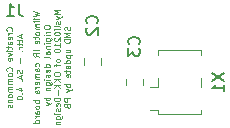
<source format=gbo>
%TF.GenerationSoftware,KiCad,Pcbnew,(5.1.12)-1*%
%TF.CreationDate,2022-05-16T22:14:10+01:00*%
%TF.ProjectId,wiicam,77696963-616d-42e6-9b69-6361645f7063,rev?*%
%TF.SameCoordinates,Original*%
%TF.FileFunction,Legend,Bot*%
%TF.FilePolarity,Positive*%
%FSLAX46Y46*%
G04 Gerber Fmt 4.6, Leading zero omitted, Abs format (unit mm)*
G04 Created by KiCad (PCBNEW (5.1.12)-1) date 2022-05-16 22:14:10*
%MOMM*%
%LPD*%
G01*
G04 APERTURE LIST*
%ADD10C,0.125000*%
%ADD11C,0.120000*%
%ADD12C,0.150000*%
%ADD13O,1.802000X1.802000*%
G04 APERTURE END LIST*
D10*
X144521071Y-121314761D02*
X144544880Y-121290952D01*
X144568690Y-121219523D01*
X144568690Y-121171904D01*
X144544880Y-121100476D01*
X144497261Y-121052857D01*
X144449642Y-121029047D01*
X144354404Y-121005238D01*
X144282976Y-121005238D01*
X144187738Y-121029047D01*
X144140119Y-121052857D01*
X144092500Y-121100476D01*
X144068690Y-121171904D01*
X144068690Y-121219523D01*
X144092500Y-121290952D01*
X144116309Y-121314761D01*
X144568690Y-121529047D02*
X144235357Y-121529047D01*
X144330595Y-121529047D02*
X144282976Y-121552857D01*
X144259166Y-121576666D01*
X144235357Y-121624285D01*
X144235357Y-121671904D01*
X144544880Y-122029047D02*
X144568690Y-121981428D01*
X144568690Y-121886190D01*
X144544880Y-121838571D01*
X144497261Y-121814761D01*
X144306785Y-121814761D01*
X144259166Y-121838571D01*
X144235357Y-121886190D01*
X144235357Y-121981428D01*
X144259166Y-122029047D01*
X144306785Y-122052857D01*
X144354404Y-122052857D01*
X144402023Y-121814761D01*
X144568690Y-122481428D02*
X144306785Y-122481428D01*
X144259166Y-122457619D01*
X144235357Y-122410000D01*
X144235357Y-122314761D01*
X144259166Y-122267142D01*
X144544880Y-122481428D02*
X144568690Y-122433809D01*
X144568690Y-122314761D01*
X144544880Y-122267142D01*
X144497261Y-122243333D01*
X144449642Y-122243333D01*
X144402023Y-122267142D01*
X144378214Y-122314761D01*
X144378214Y-122433809D01*
X144354404Y-122481428D01*
X144235357Y-122648095D02*
X144235357Y-122838571D01*
X144068690Y-122719523D02*
X144497261Y-122719523D01*
X144544880Y-122743333D01*
X144568690Y-122790952D01*
X144568690Y-122838571D01*
X144568690Y-123005238D02*
X144235357Y-123005238D01*
X144068690Y-123005238D02*
X144092500Y-122981428D01*
X144116309Y-123005238D01*
X144092500Y-123029047D01*
X144068690Y-123005238D01*
X144116309Y-123005238D01*
X144235357Y-123195714D02*
X144568690Y-123314761D01*
X144235357Y-123433809D01*
X144544880Y-123814761D02*
X144568690Y-123767142D01*
X144568690Y-123671904D01*
X144544880Y-123624285D01*
X144497261Y-123600476D01*
X144306785Y-123600476D01*
X144259166Y-123624285D01*
X144235357Y-123671904D01*
X144235357Y-123767142D01*
X144259166Y-123814761D01*
X144306785Y-123838571D01*
X144354404Y-123838571D01*
X144402023Y-123600476D01*
X144521071Y-124719523D02*
X144544880Y-124695714D01*
X144568690Y-124624285D01*
X144568690Y-124576666D01*
X144544880Y-124505238D01*
X144497261Y-124457619D01*
X144449642Y-124433809D01*
X144354404Y-124410000D01*
X144282976Y-124410000D01*
X144187738Y-124433809D01*
X144140119Y-124457619D01*
X144092500Y-124505238D01*
X144068690Y-124576666D01*
X144068690Y-124624285D01*
X144092500Y-124695714D01*
X144116309Y-124719523D01*
X144568690Y-125005238D02*
X144544880Y-124957619D01*
X144521071Y-124933809D01*
X144473452Y-124910000D01*
X144330595Y-124910000D01*
X144282976Y-124933809D01*
X144259166Y-124957619D01*
X144235357Y-125005238D01*
X144235357Y-125076666D01*
X144259166Y-125124285D01*
X144282976Y-125148095D01*
X144330595Y-125171904D01*
X144473452Y-125171904D01*
X144521071Y-125148095D01*
X144544880Y-125124285D01*
X144568690Y-125076666D01*
X144568690Y-125005238D01*
X144568690Y-125386190D02*
X144235357Y-125386190D01*
X144282976Y-125386190D02*
X144259166Y-125410000D01*
X144235357Y-125457619D01*
X144235357Y-125529047D01*
X144259166Y-125576666D01*
X144306785Y-125600476D01*
X144568690Y-125600476D01*
X144306785Y-125600476D02*
X144259166Y-125624285D01*
X144235357Y-125671904D01*
X144235357Y-125743333D01*
X144259166Y-125790952D01*
X144306785Y-125814761D01*
X144568690Y-125814761D01*
X144568690Y-126052857D02*
X144235357Y-126052857D01*
X144282976Y-126052857D02*
X144259166Y-126076666D01*
X144235357Y-126124285D01*
X144235357Y-126195714D01*
X144259166Y-126243333D01*
X144306785Y-126267142D01*
X144568690Y-126267142D01*
X144306785Y-126267142D02*
X144259166Y-126290952D01*
X144235357Y-126338571D01*
X144235357Y-126410000D01*
X144259166Y-126457619D01*
X144306785Y-126481428D01*
X144568690Y-126481428D01*
X144568690Y-126790952D02*
X144544880Y-126743333D01*
X144521071Y-126719523D01*
X144473452Y-126695714D01*
X144330595Y-126695714D01*
X144282976Y-126719523D01*
X144259166Y-126743333D01*
X144235357Y-126790952D01*
X144235357Y-126862380D01*
X144259166Y-126910000D01*
X144282976Y-126933809D01*
X144330595Y-126957619D01*
X144473452Y-126957619D01*
X144521071Y-126933809D01*
X144544880Y-126910000D01*
X144568690Y-126862380D01*
X144568690Y-126790952D01*
X144235357Y-127171904D02*
X144568690Y-127171904D01*
X144282976Y-127171904D02*
X144259166Y-127195714D01*
X144235357Y-127243333D01*
X144235357Y-127314761D01*
X144259166Y-127362380D01*
X144306785Y-127386190D01*
X144568690Y-127386190D01*
X144544880Y-127600476D02*
X144568690Y-127648095D01*
X144568690Y-127743333D01*
X144544880Y-127790952D01*
X144497261Y-127814761D01*
X144473452Y-127814761D01*
X144425833Y-127790952D01*
X144402023Y-127743333D01*
X144402023Y-127671904D01*
X144378214Y-127624285D01*
X144330595Y-127600476D01*
X144306785Y-127600476D01*
X144259166Y-127624285D01*
X144235357Y-127671904D01*
X144235357Y-127743333D01*
X144259166Y-127790952D01*
X145300833Y-121683809D02*
X145300833Y-121921904D01*
X145443690Y-121636190D02*
X144943690Y-121802857D01*
X145443690Y-121969523D01*
X145110357Y-122064761D02*
X145110357Y-122255238D01*
X144943690Y-122136190D02*
X145372261Y-122136190D01*
X145419880Y-122160000D01*
X145443690Y-122207619D01*
X145443690Y-122255238D01*
X145110357Y-122350476D02*
X145110357Y-122540952D01*
X144943690Y-122421904D02*
X145372261Y-122421904D01*
X145419880Y-122445714D01*
X145443690Y-122493333D01*
X145443690Y-122540952D01*
X145443690Y-122707619D02*
X145110357Y-122707619D01*
X145205595Y-122707619D02*
X145157976Y-122731428D01*
X145134166Y-122755238D01*
X145110357Y-122802857D01*
X145110357Y-122850476D01*
X145396071Y-123017142D02*
X145419880Y-123040952D01*
X145443690Y-123017142D01*
X145419880Y-122993333D01*
X145396071Y-123017142D01*
X145443690Y-123017142D01*
X145253214Y-123636190D02*
X145253214Y-124017142D01*
X145419880Y-124612380D02*
X145443690Y-124683809D01*
X145443690Y-124802857D01*
X145419880Y-124850476D01*
X145396071Y-124874285D01*
X145348452Y-124898095D01*
X145300833Y-124898095D01*
X145253214Y-124874285D01*
X145229404Y-124850476D01*
X145205595Y-124802857D01*
X145181785Y-124707619D01*
X145157976Y-124660000D01*
X145134166Y-124636190D01*
X145086547Y-124612380D01*
X145038928Y-124612380D01*
X144991309Y-124636190D01*
X144967500Y-124660000D01*
X144943690Y-124707619D01*
X144943690Y-124826666D01*
X144967500Y-124898095D01*
X145300833Y-125088571D02*
X145300833Y-125326666D01*
X145443690Y-125040952D02*
X144943690Y-125207619D01*
X145443690Y-125374285D01*
X145396071Y-125540952D02*
X145419880Y-125564761D01*
X145443690Y-125540952D01*
X145419880Y-125517142D01*
X145396071Y-125540952D01*
X145443690Y-125540952D01*
X145110357Y-126374285D02*
X145443690Y-126374285D01*
X144919880Y-126255238D02*
X145277023Y-126136190D01*
X145277023Y-126445714D01*
X145396071Y-126636190D02*
X145419880Y-126660000D01*
X145443690Y-126636190D01*
X145419880Y-126612380D01*
X145396071Y-126636190D01*
X145443690Y-126636190D01*
X144943690Y-126969523D02*
X144943690Y-127017142D01*
X144967500Y-127064761D01*
X144991309Y-127088571D01*
X145038928Y-127112380D01*
X145134166Y-127136190D01*
X145253214Y-127136190D01*
X145348452Y-127112380D01*
X145396071Y-127088571D01*
X145419880Y-127064761D01*
X145443690Y-127017142D01*
X145443690Y-126969523D01*
X145419880Y-126921904D01*
X145396071Y-126898095D01*
X145348452Y-126874285D01*
X145253214Y-126850476D01*
X145134166Y-126850476D01*
X145038928Y-126874285D01*
X144991309Y-126898095D01*
X144967500Y-126921904D01*
X144943690Y-126969523D01*
X146368690Y-119671904D02*
X146868690Y-119790952D01*
X146511547Y-119886190D01*
X146868690Y-119981428D01*
X146368690Y-120100476D01*
X146868690Y-120290952D02*
X146535357Y-120290952D01*
X146368690Y-120290952D02*
X146392500Y-120267142D01*
X146416309Y-120290952D01*
X146392500Y-120314761D01*
X146368690Y-120290952D01*
X146416309Y-120290952D01*
X146868690Y-120529047D02*
X146535357Y-120529047D01*
X146368690Y-120529047D02*
X146392500Y-120505238D01*
X146416309Y-120529047D01*
X146392500Y-120552857D01*
X146368690Y-120529047D01*
X146416309Y-120529047D01*
X146868690Y-120767142D02*
X146535357Y-120767142D01*
X146582976Y-120767142D02*
X146559166Y-120790952D01*
X146535357Y-120838571D01*
X146535357Y-120910000D01*
X146559166Y-120957619D01*
X146606785Y-120981428D01*
X146868690Y-120981428D01*
X146606785Y-120981428D02*
X146559166Y-121005238D01*
X146535357Y-121052857D01*
X146535357Y-121124285D01*
X146559166Y-121171904D01*
X146606785Y-121195714D01*
X146868690Y-121195714D01*
X146868690Y-121505238D02*
X146844880Y-121457619D01*
X146821071Y-121433809D01*
X146773452Y-121410000D01*
X146630595Y-121410000D01*
X146582976Y-121433809D01*
X146559166Y-121457619D01*
X146535357Y-121505238D01*
X146535357Y-121576666D01*
X146559166Y-121624285D01*
X146582976Y-121648095D01*
X146630595Y-121671904D01*
X146773452Y-121671904D01*
X146821071Y-121648095D01*
X146844880Y-121624285D01*
X146868690Y-121576666D01*
X146868690Y-121505238D01*
X146535357Y-121814761D02*
X146535357Y-122005238D01*
X146368690Y-121886190D02*
X146797261Y-121886190D01*
X146844880Y-121910000D01*
X146868690Y-121957619D01*
X146868690Y-122005238D01*
X146844880Y-122362380D02*
X146868690Y-122314761D01*
X146868690Y-122219523D01*
X146844880Y-122171904D01*
X146797261Y-122148095D01*
X146606785Y-122148095D01*
X146559166Y-122171904D01*
X146535357Y-122219523D01*
X146535357Y-122314761D01*
X146559166Y-122362380D01*
X146606785Y-122386190D01*
X146654404Y-122386190D01*
X146702023Y-122148095D01*
X146868690Y-122981428D02*
X146368690Y-122981428D01*
X146868690Y-123505238D02*
X146630595Y-123338571D01*
X146868690Y-123219523D02*
X146368690Y-123219523D01*
X146368690Y-123410000D01*
X146392500Y-123457619D01*
X146416309Y-123481428D01*
X146463928Y-123505238D01*
X146535357Y-123505238D01*
X146582976Y-123481428D01*
X146606785Y-123457619D01*
X146630595Y-123410000D01*
X146630595Y-123219523D01*
X146844880Y-124314761D02*
X146868690Y-124267142D01*
X146868690Y-124171904D01*
X146844880Y-124124285D01*
X146821071Y-124100476D01*
X146773452Y-124076666D01*
X146630595Y-124076666D01*
X146582976Y-124100476D01*
X146559166Y-124124285D01*
X146535357Y-124171904D01*
X146535357Y-124267142D01*
X146559166Y-124314761D01*
X146868690Y-124743333D02*
X146606785Y-124743333D01*
X146559166Y-124719523D01*
X146535357Y-124671904D01*
X146535357Y-124576666D01*
X146559166Y-124529047D01*
X146844880Y-124743333D02*
X146868690Y-124695714D01*
X146868690Y-124576666D01*
X146844880Y-124529047D01*
X146797261Y-124505238D01*
X146749642Y-124505238D01*
X146702023Y-124529047D01*
X146678214Y-124576666D01*
X146678214Y-124695714D01*
X146654404Y-124743333D01*
X146868690Y-124981428D02*
X146535357Y-124981428D01*
X146582976Y-124981428D02*
X146559166Y-125005238D01*
X146535357Y-125052857D01*
X146535357Y-125124285D01*
X146559166Y-125171904D01*
X146606785Y-125195714D01*
X146868690Y-125195714D01*
X146606785Y-125195714D02*
X146559166Y-125219523D01*
X146535357Y-125267142D01*
X146535357Y-125338571D01*
X146559166Y-125386190D01*
X146606785Y-125410000D01*
X146868690Y-125410000D01*
X146844880Y-125838571D02*
X146868690Y-125790952D01*
X146868690Y-125695714D01*
X146844880Y-125648095D01*
X146797261Y-125624285D01*
X146606785Y-125624285D01*
X146559166Y-125648095D01*
X146535357Y-125695714D01*
X146535357Y-125790952D01*
X146559166Y-125838571D01*
X146606785Y-125862380D01*
X146654404Y-125862380D01*
X146702023Y-125624285D01*
X146868690Y-126076666D02*
X146535357Y-126076666D01*
X146630595Y-126076666D02*
X146582976Y-126100476D01*
X146559166Y-126124285D01*
X146535357Y-126171904D01*
X146535357Y-126219523D01*
X146868690Y-126600476D02*
X146606785Y-126600476D01*
X146559166Y-126576666D01*
X146535357Y-126529047D01*
X146535357Y-126433809D01*
X146559166Y-126386190D01*
X146844880Y-126600476D02*
X146868690Y-126552857D01*
X146868690Y-126433809D01*
X146844880Y-126386190D01*
X146797261Y-126362380D01*
X146749642Y-126362380D01*
X146702023Y-126386190D01*
X146678214Y-126433809D01*
X146678214Y-126552857D01*
X146654404Y-126600476D01*
X146868690Y-127219523D02*
X146368690Y-127219523D01*
X146559166Y-127219523D02*
X146535357Y-127267142D01*
X146535357Y-127362380D01*
X146559166Y-127410000D01*
X146582976Y-127433809D01*
X146630595Y-127457619D01*
X146773452Y-127457619D01*
X146821071Y-127433809D01*
X146844880Y-127410000D01*
X146868690Y-127362380D01*
X146868690Y-127267142D01*
X146844880Y-127219523D01*
X146868690Y-127743333D02*
X146844880Y-127695714D01*
X146821071Y-127671904D01*
X146773452Y-127648095D01*
X146630595Y-127648095D01*
X146582976Y-127671904D01*
X146559166Y-127695714D01*
X146535357Y-127743333D01*
X146535357Y-127814761D01*
X146559166Y-127862380D01*
X146582976Y-127886190D01*
X146630595Y-127910000D01*
X146773452Y-127910000D01*
X146821071Y-127886190D01*
X146844880Y-127862380D01*
X146868690Y-127814761D01*
X146868690Y-127743333D01*
X146868690Y-128338571D02*
X146606785Y-128338571D01*
X146559166Y-128314761D01*
X146535357Y-128267142D01*
X146535357Y-128171904D01*
X146559166Y-128124285D01*
X146844880Y-128338571D02*
X146868690Y-128290952D01*
X146868690Y-128171904D01*
X146844880Y-128124285D01*
X146797261Y-128100476D01*
X146749642Y-128100476D01*
X146702023Y-128124285D01*
X146678214Y-128171904D01*
X146678214Y-128290952D01*
X146654404Y-128338571D01*
X146868690Y-128576666D02*
X146535357Y-128576666D01*
X146630595Y-128576666D02*
X146582976Y-128600476D01*
X146559166Y-128624285D01*
X146535357Y-128671904D01*
X146535357Y-128719523D01*
X146868690Y-129100476D02*
X146368690Y-129100476D01*
X146844880Y-129100476D02*
X146868690Y-129052857D01*
X146868690Y-128957619D01*
X146844880Y-128910000D01*
X146821071Y-128886190D01*
X146773452Y-128862380D01*
X146630595Y-128862380D01*
X146582976Y-128886190D01*
X146559166Y-128910000D01*
X146535357Y-128957619D01*
X146535357Y-129052857D01*
X146559166Y-129100476D01*
X147243690Y-120957619D02*
X147243690Y-121052857D01*
X147267500Y-121100476D01*
X147315119Y-121148095D01*
X147410357Y-121171904D01*
X147577023Y-121171904D01*
X147672261Y-121148095D01*
X147719880Y-121100476D01*
X147743690Y-121052857D01*
X147743690Y-120957619D01*
X147719880Y-120910000D01*
X147672261Y-120862380D01*
X147577023Y-120838571D01*
X147410357Y-120838571D01*
X147315119Y-120862380D01*
X147267500Y-120910000D01*
X147243690Y-120957619D01*
X147743690Y-121386190D02*
X147410357Y-121386190D01*
X147505595Y-121386190D02*
X147457976Y-121410000D01*
X147434166Y-121433809D01*
X147410357Y-121481428D01*
X147410357Y-121529047D01*
X147743690Y-121695714D02*
X147410357Y-121695714D01*
X147243690Y-121695714D02*
X147267500Y-121671904D01*
X147291309Y-121695714D01*
X147267500Y-121719523D01*
X147243690Y-121695714D01*
X147291309Y-121695714D01*
X147410357Y-122148095D02*
X147815119Y-122148095D01*
X147862738Y-122124285D01*
X147886547Y-122100476D01*
X147910357Y-122052857D01*
X147910357Y-121981428D01*
X147886547Y-121933809D01*
X147719880Y-122148095D02*
X147743690Y-122100476D01*
X147743690Y-122005238D01*
X147719880Y-121957619D01*
X147696071Y-121933809D01*
X147648452Y-121910000D01*
X147505595Y-121910000D01*
X147457976Y-121933809D01*
X147434166Y-121957619D01*
X147410357Y-122005238D01*
X147410357Y-122100476D01*
X147434166Y-122148095D01*
X147743690Y-122386190D02*
X147410357Y-122386190D01*
X147243690Y-122386190D02*
X147267500Y-122362380D01*
X147291309Y-122386190D01*
X147267500Y-122410000D01*
X147243690Y-122386190D01*
X147291309Y-122386190D01*
X147410357Y-122624285D02*
X147743690Y-122624285D01*
X147457976Y-122624285D02*
X147434166Y-122648095D01*
X147410357Y-122695714D01*
X147410357Y-122767142D01*
X147434166Y-122814761D01*
X147481785Y-122838571D01*
X147743690Y-122838571D01*
X147743690Y-123290952D02*
X147481785Y-123290952D01*
X147434166Y-123267142D01*
X147410357Y-123219523D01*
X147410357Y-123124285D01*
X147434166Y-123076666D01*
X147719880Y-123290952D02*
X147743690Y-123243333D01*
X147743690Y-123124285D01*
X147719880Y-123076666D01*
X147672261Y-123052857D01*
X147624642Y-123052857D01*
X147577023Y-123076666D01*
X147553214Y-123124285D01*
X147553214Y-123243333D01*
X147529404Y-123290952D01*
X147743690Y-123600476D02*
X147719880Y-123552857D01*
X147672261Y-123529047D01*
X147243690Y-123529047D01*
X147743690Y-124386190D02*
X147243690Y-124386190D01*
X147719880Y-124386190D02*
X147743690Y-124338571D01*
X147743690Y-124243333D01*
X147719880Y-124195714D01*
X147696071Y-124171904D01*
X147648452Y-124148095D01*
X147505595Y-124148095D01*
X147457976Y-124171904D01*
X147434166Y-124195714D01*
X147410357Y-124243333D01*
X147410357Y-124338571D01*
X147434166Y-124386190D01*
X147719880Y-124814761D02*
X147743690Y-124767142D01*
X147743690Y-124671904D01*
X147719880Y-124624285D01*
X147672261Y-124600476D01*
X147481785Y-124600476D01*
X147434166Y-124624285D01*
X147410357Y-124671904D01*
X147410357Y-124767142D01*
X147434166Y-124814761D01*
X147481785Y-124838571D01*
X147529404Y-124838571D01*
X147577023Y-124600476D01*
X147719880Y-125029047D02*
X147743690Y-125076666D01*
X147743690Y-125171904D01*
X147719880Y-125219523D01*
X147672261Y-125243333D01*
X147648452Y-125243333D01*
X147600833Y-125219523D01*
X147577023Y-125171904D01*
X147577023Y-125100476D01*
X147553214Y-125052857D01*
X147505595Y-125029047D01*
X147481785Y-125029047D01*
X147434166Y-125052857D01*
X147410357Y-125100476D01*
X147410357Y-125171904D01*
X147434166Y-125219523D01*
X147743690Y-125457619D02*
X147410357Y-125457619D01*
X147243690Y-125457619D02*
X147267500Y-125433809D01*
X147291309Y-125457619D01*
X147267500Y-125481428D01*
X147243690Y-125457619D01*
X147291309Y-125457619D01*
X147410357Y-125910000D02*
X147815119Y-125910000D01*
X147862738Y-125886190D01*
X147886547Y-125862380D01*
X147910357Y-125814761D01*
X147910357Y-125743333D01*
X147886547Y-125695714D01*
X147719880Y-125910000D02*
X147743690Y-125862380D01*
X147743690Y-125767142D01*
X147719880Y-125719523D01*
X147696071Y-125695714D01*
X147648452Y-125671904D01*
X147505595Y-125671904D01*
X147457976Y-125695714D01*
X147434166Y-125719523D01*
X147410357Y-125767142D01*
X147410357Y-125862380D01*
X147434166Y-125910000D01*
X147410357Y-126148095D02*
X147743690Y-126148095D01*
X147457976Y-126148095D02*
X147434166Y-126171904D01*
X147410357Y-126219523D01*
X147410357Y-126290952D01*
X147434166Y-126338571D01*
X147481785Y-126362380D01*
X147743690Y-126362380D01*
X147743690Y-126981428D02*
X147243690Y-126981428D01*
X147434166Y-126981428D02*
X147410357Y-127029047D01*
X147410357Y-127124285D01*
X147434166Y-127171904D01*
X147457976Y-127195714D01*
X147505595Y-127219523D01*
X147648452Y-127219523D01*
X147696071Y-127195714D01*
X147719880Y-127171904D01*
X147743690Y-127124285D01*
X147743690Y-127029047D01*
X147719880Y-126981428D01*
X147410357Y-127386190D02*
X147743690Y-127505238D01*
X147410357Y-127624285D02*
X147743690Y-127505238D01*
X147862738Y-127457619D01*
X147886547Y-127433809D01*
X147910357Y-127386190D01*
X148618690Y-119588571D02*
X148118690Y-119588571D01*
X148475833Y-119755238D01*
X148118690Y-119921904D01*
X148618690Y-119921904D01*
X148285357Y-120112380D02*
X148618690Y-120231428D01*
X148285357Y-120350476D02*
X148618690Y-120231428D01*
X148737738Y-120183809D01*
X148761547Y-120160000D01*
X148785357Y-120112380D01*
X148594880Y-120517142D02*
X148618690Y-120564761D01*
X148618690Y-120660000D01*
X148594880Y-120707619D01*
X148547261Y-120731428D01*
X148523452Y-120731428D01*
X148475833Y-120707619D01*
X148452023Y-120660000D01*
X148452023Y-120588571D01*
X148428214Y-120540952D01*
X148380595Y-120517142D01*
X148356785Y-120517142D01*
X148309166Y-120540952D01*
X148285357Y-120588571D01*
X148285357Y-120660000D01*
X148309166Y-120707619D01*
X148618690Y-121017142D02*
X148594880Y-120969523D01*
X148547261Y-120945714D01*
X148118690Y-120945714D01*
X148618690Y-121207619D02*
X148285357Y-121207619D01*
X148118690Y-121207619D02*
X148142500Y-121183809D01*
X148166309Y-121207619D01*
X148142500Y-121231428D01*
X148118690Y-121207619D01*
X148166309Y-121207619D01*
X148118690Y-121540952D02*
X148118690Y-121588571D01*
X148142500Y-121636190D01*
X148166309Y-121660000D01*
X148213928Y-121683809D01*
X148309166Y-121707619D01*
X148428214Y-121707619D01*
X148523452Y-121683809D01*
X148571071Y-121660000D01*
X148594880Y-121636190D01*
X148618690Y-121588571D01*
X148618690Y-121540952D01*
X148594880Y-121493333D01*
X148571071Y-121469523D01*
X148523452Y-121445714D01*
X148428214Y-121421904D01*
X148309166Y-121421904D01*
X148213928Y-121445714D01*
X148166309Y-121469523D01*
X148142500Y-121493333D01*
X148118690Y-121540952D01*
X148166309Y-121898095D02*
X148142500Y-121921904D01*
X148118690Y-121969523D01*
X148118690Y-122088571D01*
X148142500Y-122136190D01*
X148166309Y-122160000D01*
X148213928Y-122183809D01*
X148261547Y-122183809D01*
X148332976Y-122160000D01*
X148618690Y-121874285D01*
X148618690Y-122183809D01*
X148618690Y-122660000D02*
X148618690Y-122374285D01*
X148618690Y-122517142D02*
X148118690Y-122517142D01*
X148190119Y-122469523D01*
X148237738Y-122421904D01*
X148261547Y-122374285D01*
X148118690Y-122969523D02*
X148118690Y-123017142D01*
X148142500Y-123064761D01*
X148166309Y-123088571D01*
X148213928Y-123112380D01*
X148309166Y-123136190D01*
X148428214Y-123136190D01*
X148523452Y-123112380D01*
X148571071Y-123088571D01*
X148594880Y-123064761D01*
X148618690Y-123017142D01*
X148618690Y-122969523D01*
X148594880Y-122921904D01*
X148571071Y-122898095D01*
X148523452Y-122874285D01*
X148428214Y-122850476D01*
X148309166Y-122850476D01*
X148213928Y-122874285D01*
X148166309Y-122898095D01*
X148142500Y-122921904D01*
X148118690Y-122969523D01*
X148618690Y-123802857D02*
X148594880Y-123755238D01*
X148571071Y-123731428D01*
X148523452Y-123707619D01*
X148380595Y-123707619D01*
X148332976Y-123731428D01*
X148309166Y-123755238D01*
X148285357Y-123802857D01*
X148285357Y-123874285D01*
X148309166Y-123921904D01*
X148332976Y-123945714D01*
X148380595Y-123969523D01*
X148523452Y-123969523D01*
X148571071Y-123945714D01*
X148594880Y-123921904D01*
X148618690Y-123874285D01*
X148618690Y-123802857D01*
X148285357Y-124112380D02*
X148285357Y-124302857D01*
X148618690Y-124183809D02*
X148190119Y-124183809D01*
X148142500Y-124207619D01*
X148118690Y-124255238D01*
X148118690Y-124302857D01*
X148118690Y-124945714D02*
X148118690Y-125040952D01*
X148142500Y-125088571D01*
X148190119Y-125136190D01*
X148285357Y-125160000D01*
X148452023Y-125160000D01*
X148547261Y-125136190D01*
X148594880Y-125088571D01*
X148618690Y-125040952D01*
X148618690Y-124945714D01*
X148594880Y-124898095D01*
X148547261Y-124850476D01*
X148452023Y-124826666D01*
X148285357Y-124826666D01*
X148190119Y-124850476D01*
X148142500Y-124898095D01*
X148118690Y-124945714D01*
X148618690Y-125374285D02*
X148118690Y-125374285D01*
X148618690Y-125660000D02*
X148332976Y-125445714D01*
X148118690Y-125660000D02*
X148404404Y-125374285D01*
X148618690Y-125874285D02*
X148118690Y-125874285D01*
X148618690Y-126160000D02*
X148332976Y-125945714D01*
X148118690Y-126160000D02*
X148404404Y-125874285D01*
X148428214Y-126374285D02*
X148428214Y-126755238D01*
X148618690Y-126993333D02*
X148118690Y-126993333D01*
X148118690Y-127112380D01*
X148142500Y-127183809D01*
X148190119Y-127231428D01*
X148237738Y-127255238D01*
X148332976Y-127279047D01*
X148404404Y-127279047D01*
X148499642Y-127255238D01*
X148547261Y-127231428D01*
X148594880Y-127183809D01*
X148618690Y-127112380D01*
X148618690Y-126993333D01*
X148594880Y-127683809D02*
X148618690Y-127636190D01*
X148618690Y-127540952D01*
X148594880Y-127493333D01*
X148547261Y-127469523D01*
X148356785Y-127469523D01*
X148309166Y-127493333D01*
X148285357Y-127540952D01*
X148285357Y-127636190D01*
X148309166Y-127683809D01*
X148356785Y-127707619D01*
X148404404Y-127707619D01*
X148452023Y-127469523D01*
X148594880Y-127898095D02*
X148618690Y-127945714D01*
X148618690Y-128040952D01*
X148594880Y-128088571D01*
X148547261Y-128112380D01*
X148523452Y-128112380D01*
X148475833Y-128088571D01*
X148452023Y-128040952D01*
X148452023Y-127969523D01*
X148428214Y-127921904D01*
X148380595Y-127898095D01*
X148356785Y-127898095D01*
X148309166Y-127921904D01*
X148285357Y-127969523D01*
X148285357Y-128040952D01*
X148309166Y-128088571D01*
X148618690Y-128326666D02*
X148285357Y-128326666D01*
X148118690Y-128326666D02*
X148142500Y-128302857D01*
X148166309Y-128326666D01*
X148142500Y-128350476D01*
X148118690Y-128326666D01*
X148166309Y-128326666D01*
X148285357Y-128779047D02*
X148690119Y-128779047D01*
X148737738Y-128755238D01*
X148761547Y-128731428D01*
X148785357Y-128683809D01*
X148785357Y-128612380D01*
X148761547Y-128564761D01*
X148594880Y-128779047D02*
X148618690Y-128731428D01*
X148618690Y-128636190D01*
X148594880Y-128588571D01*
X148571071Y-128564761D01*
X148523452Y-128540952D01*
X148380595Y-128540952D01*
X148332976Y-128564761D01*
X148309166Y-128588571D01*
X148285357Y-128636190D01*
X148285357Y-128731428D01*
X148309166Y-128779047D01*
X148285357Y-129017142D02*
X148618690Y-129017142D01*
X148332976Y-129017142D02*
X148309166Y-129040952D01*
X148285357Y-129088571D01*
X148285357Y-129160000D01*
X148309166Y-129207619D01*
X148356785Y-129231428D01*
X148618690Y-129231428D01*
X149469880Y-120981428D02*
X149493690Y-121052857D01*
X149493690Y-121171904D01*
X149469880Y-121219523D01*
X149446071Y-121243333D01*
X149398452Y-121267142D01*
X149350833Y-121267142D01*
X149303214Y-121243333D01*
X149279404Y-121219523D01*
X149255595Y-121171904D01*
X149231785Y-121076666D01*
X149207976Y-121029047D01*
X149184166Y-121005238D01*
X149136547Y-120981428D01*
X149088928Y-120981428D01*
X149041309Y-121005238D01*
X149017500Y-121029047D01*
X148993690Y-121076666D01*
X148993690Y-121195714D01*
X149017500Y-121267142D01*
X149493690Y-121481428D02*
X148993690Y-121481428D01*
X149350833Y-121648095D01*
X148993690Y-121814761D01*
X149493690Y-121814761D01*
X149493690Y-122052857D02*
X148993690Y-122052857D01*
X148993690Y-122171904D01*
X149017500Y-122243333D01*
X149065119Y-122290952D01*
X149112738Y-122314761D01*
X149207976Y-122338571D01*
X149279404Y-122338571D01*
X149374642Y-122314761D01*
X149422261Y-122290952D01*
X149469880Y-122243333D01*
X149493690Y-122171904D01*
X149493690Y-122052857D01*
X149160357Y-123148095D02*
X149493690Y-123148095D01*
X149160357Y-122933809D02*
X149422261Y-122933809D01*
X149469880Y-122957619D01*
X149493690Y-123005238D01*
X149493690Y-123076666D01*
X149469880Y-123124285D01*
X149446071Y-123148095D01*
X149160357Y-123386190D02*
X149660357Y-123386190D01*
X149184166Y-123386190D02*
X149160357Y-123433809D01*
X149160357Y-123529047D01*
X149184166Y-123576666D01*
X149207976Y-123600476D01*
X149255595Y-123624285D01*
X149398452Y-123624285D01*
X149446071Y-123600476D01*
X149469880Y-123576666D01*
X149493690Y-123529047D01*
X149493690Y-123433809D01*
X149469880Y-123386190D01*
X149493690Y-124052857D02*
X148993690Y-124052857D01*
X149469880Y-124052857D02*
X149493690Y-124005238D01*
X149493690Y-123910000D01*
X149469880Y-123862380D01*
X149446071Y-123838571D01*
X149398452Y-123814761D01*
X149255595Y-123814761D01*
X149207976Y-123838571D01*
X149184166Y-123862380D01*
X149160357Y-123910000D01*
X149160357Y-124005238D01*
X149184166Y-124052857D01*
X149493690Y-124505238D02*
X149231785Y-124505238D01*
X149184166Y-124481428D01*
X149160357Y-124433809D01*
X149160357Y-124338571D01*
X149184166Y-124290952D01*
X149469880Y-124505238D02*
X149493690Y-124457619D01*
X149493690Y-124338571D01*
X149469880Y-124290952D01*
X149422261Y-124267142D01*
X149374642Y-124267142D01*
X149327023Y-124290952D01*
X149303214Y-124338571D01*
X149303214Y-124457619D01*
X149279404Y-124505238D01*
X149160357Y-124671904D02*
X149160357Y-124862380D01*
X148993690Y-124743333D02*
X149422261Y-124743333D01*
X149469880Y-124767142D01*
X149493690Y-124814761D01*
X149493690Y-124862380D01*
X149469880Y-125219523D02*
X149493690Y-125171904D01*
X149493690Y-125076666D01*
X149469880Y-125029047D01*
X149422261Y-125005238D01*
X149231785Y-125005238D01*
X149184166Y-125029047D01*
X149160357Y-125076666D01*
X149160357Y-125171904D01*
X149184166Y-125219523D01*
X149231785Y-125243333D01*
X149279404Y-125243333D01*
X149327023Y-125005238D01*
X149493690Y-125838571D02*
X148993690Y-125838571D01*
X149184166Y-125838571D02*
X149160357Y-125886190D01*
X149160357Y-125981428D01*
X149184166Y-126029047D01*
X149207976Y-126052857D01*
X149255595Y-126076666D01*
X149398452Y-126076666D01*
X149446071Y-126052857D01*
X149469880Y-126029047D01*
X149493690Y-125981428D01*
X149493690Y-125886190D01*
X149469880Y-125838571D01*
X149160357Y-126243333D02*
X149493690Y-126362380D01*
X149160357Y-126481428D02*
X149493690Y-126362380D01*
X149612738Y-126314761D01*
X149636547Y-126290952D01*
X149660357Y-126243333D01*
X149493690Y-127052857D02*
X148993690Y-127052857D01*
X148993690Y-127243333D01*
X149017500Y-127290952D01*
X149041309Y-127314761D01*
X149088928Y-127338571D01*
X149160357Y-127338571D01*
X149207976Y-127314761D01*
X149231785Y-127290952D01*
X149255595Y-127243333D01*
X149255595Y-127052857D01*
X149231785Y-127719523D02*
X149255595Y-127790952D01*
X149279404Y-127814761D01*
X149327023Y-127838571D01*
X149398452Y-127838571D01*
X149446071Y-127814761D01*
X149469880Y-127790952D01*
X149493690Y-127743333D01*
X149493690Y-127552857D01*
X148993690Y-127552857D01*
X148993690Y-127719523D01*
X149017500Y-127767142D01*
X149041309Y-127790952D01*
X149088928Y-127814761D01*
X149136547Y-127814761D01*
X149184166Y-127790952D01*
X149207976Y-127767142D01*
X149231785Y-127719523D01*
X149231785Y-127552857D01*
D11*
X154205000Y-125941252D02*
X154205000Y-125418748D01*
X155675000Y-125941252D02*
X155675000Y-125418748D01*
X152119000Y-124184752D02*
X152119000Y-123662248D01*
X150649000Y-124184752D02*
X150649000Y-123662248D01*
X156950000Y-126050000D02*
X156250000Y-126050000D01*
X156950000Y-125310000D02*
X156950000Y-126050000D01*
X160550000Y-128380000D02*
X160550000Y-127990000D01*
X156950000Y-128380000D02*
X160550000Y-128380000D01*
X156950000Y-127990000D02*
X156950000Y-128380000D01*
X156250000Y-127990000D02*
X156950000Y-127990000D01*
X160550000Y-126050000D02*
X160550000Y-125310000D01*
X156950000Y-122980000D02*
X156950000Y-123370000D01*
X160550000Y-122980000D02*
X156950000Y-122980000D01*
X160550000Y-123370000D02*
X160550000Y-122980000D01*
D12*
X155297142Y-122465333D02*
X155344761Y-122417714D01*
X155392380Y-122274857D01*
X155392380Y-122179619D01*
X155344761Y-122036761D01*
X155249523Y-121941523D01*
X155154285Y-121893904D01*
X154963809Y-121846285D01*
X154820952Y-121846285D01*
X154630476Y-121893904D01*
X154535238Y-121941523D01*
X154440000Y-122036761D01*
X154392380Y-122179619D01*
X154392380Y-122274857D01*
X154440000Y-122417714D01*
X154487619Y-122465333D01*
X154392380Y-122798666D02*
X154392380Y-123417714D01*
X154773333Y-123084380D01*
X154773333Y-123227238D01*
X154820952Y-123322476D01*
X154868571Y-123370095D01*
X154963809Y-123417714D01*
X155201904Y-123417714D01*
X155297142Y-123370095D01*
X155344761Y-123322476D01*
X155392380Y-123227238D01*
X155392380Y-122941523D01*
X155344761Y-122846285D01*
X155297142Y-122798666D01*
X151741142Y-120687333D02*
X151788761Y-120639714D01*
X151836380Y-120496857D01*
X151836380Y-120401619D01*
X151788761Y-120258761D01*
X151693523Y-120163523D01*
X151598285Y-120115904D01*
X151407809Y-120068285D01*
X151264952Y-120068285D01*
X151074476Y-120115904D01*
X150979238Y-120163523D01*
X150884000Y-120258761D01*
X150836380Y-120401619D01*
X150836380Y-120496857D01*
X150884000Y-120639714D01*
X150931619Y-120687333D01*
X150931619Y-121068285D02*
X150884000Y-121115904D01*
X150836380Y-121211142D01*
X150836380Y-121449238D01*
X150884000Y-121544476D01*
X150931619Y-121592095D01*
X151026857Y-121639714D01*
X151122095Y-121639714D01*
X151264952Y-121592095D01*
X151836380Y-121020666D01*
X151836380Y-121639714D01*
X145113333Y-119036380D02*
X145113333Y-119750666D01*
X145160952Y-119893523D01*
X145256190Y-119988761D01*
X145399047Y-120036380D01*
X145494285Y-120036380D01*
X144113333Y-120036380D02*
X144684761Y-120036380D01*
X144399047Y-120036380D02*
X144399047Y-119036380D01*
X144494285Y-119179238D01*
X144589523Y-119274476D01*
X144684761Y-119322095D01*
X161502380Y-124870476D02*
X162502380Y-125537142D01*
X161502380Y-125537142D02*
X162502380Y-124870476D01*
X162502380Y-126441904D02*
X162502380Y-125870476D01*
X162502380Y-126156190D02*
X161502380Y-126156190D01*
X161645238Y-126060952D01*
X161740476Y-125965714D01*
X161788095Y-125870476D01*
%LPC*%
G36*
G01*
X155444298Y-125281000D02*
X154435702Y-125281000D01*
G75*
G02*
X154164000Y-125009298I0J271702D01*
G01*
X154164000Y-124275702D01*
G75*
G02*
X154435702Y-124004000I271702J0D01*
G01*
X155444298Y-124004000D01*
G75*
G02*
X155716000Y-124275702I0J-271702D01*
G01*
X155716000Y-125009298D01*
G75*
G02*
X155444298Y-125281000I-271702J0D01*
G01*
G37*
G36*
G01*
X155444298Y-127356000D02*
X154435702Y-127356000D01*
G75*
G02*
X154164000Y-127084298I0J271702D01*
G01*
X154164000Y-126350702D01*
G75*
G02*
X154435702Y-126079000I271702J0D01*
G01*
X155444298Y-126079000D01*
G75*
G02*
X155716000Y-126350702I0J-271702D01*
G01*
X155716000Y-127084298D01*
G75*
G02*
X155444298Y-127356000I-271702J0D01*
G01*
G37*
G36*
G01*
X151888298Y-125599500D02*
X150879702Y-125599500D01*
G75*
G02*
X150608000Y-125327798I0J271702D01*
G01*
X150608000Y-124594202D01*
G75*
G02*
X150879702Y-124322500I271702J0D01*
G01*
X151888298Y-124322500D01*
G75*
G02*
X152160000Y-124594202I0J-271702D01*
G01*
X152160000Y-125327798D01*
G75*
G02*
X151888298Y-125599500I-271702J0D01*
G01*
G37*
G36*
G01*
X151888298Y-123524500D02*
X150879702Y-123524500D01*
G75*
G02*
X150608000Y-123252798I0J271702D01*
G01*
X150608000Y-122519202D01*
G75*
G02*
X150879702Y-122247500I271702J0D01*
G01*
X151888298Y-122247500D01*
G75*
G02*
X152160000Y-122519202I0J-271702D01*
G01*
X152160000Y-123252798D01*
G75*
G02*
X151888298Y-123524500I-271702J0D01*
G01*
G37*
D13*
X142875000Y-120600000D03*
X142875000Y-123140000D03*
X142875000Y-125680000D03*
G36*
G01*
X143776000Y-127370000D02*
X143776000Y-129070000D01*
G75*
G02*
X143725000Y-129121000I-51000J0D01*
G01*
X142025000Y-129121000D01*
G75*
G02*
X141974000Y-129070000I0J51000D01*
G01*
X141974000Y-127370000D01*
G75*
G02*
X142025000Y-127319000I51000J0D01*
G01*
X143725000Y-127319000D01*
G75*
G02*
X143776000Y-127370000I0J-51000D01*
G01*
G37*
G36*
G01*
X161050000Y-127841000D02*
X159250000Y-127841000D01*
G75*
G02*
X159199000Y-127790000I0J51000D01*
G01*
X159199000Y-126250000D01*
G75*
G02*
X159250000Y-126199000I51000J0D01*
G01*
X161050000Y-126199000D01*
G75*
G02*
X161101000Y-126250000I0J-51000D01*
G01*
X161101000Y-127790000D01*
G75*
G02*
X161050000Y-127841000I-51000J0D01*
G01*
G37*
G36*
G01*
X161050000Y-125161000D02*
X159250000Y-125161000D01*
G75*
G02*
X159199000Y-125110000I0J51000D01*
G01*
X159199000Y-123570000D01*
G75*
G02*
X159250000Y-123519000I51000J0D01*
G01*
X161050000Y-123519000D01*
G75*
G02*
X161101000Y-123570000I0J-51000D01*
G01*
X161101000Y-125110000D01*
G75*
G02*
X161050000Y-125161000I-51000J0D01*
G01*
G37*
G36*
G01*
X158250000Y-125161000D02*
X156450000Y-125161000D01*
G75*
G02*
X156399000Y-125110000I0J51000D01*
G01*
X156399000Y-123570000D01*
G75*
G02*
X156450000Y-123519000I51000J0D01*
G01*
X158250000Y-123519000D01*
G75*
G02*
X158301000Y-123570000I0J-51000D01*
G01*
X158301000Y-125110000D01*
G75*
G02*
X158250000Y-125161000I-51000J0D01*
G01*
G37*
G36*
G01*
X158250000Y-127841000D02*
X156450000Y-127841000D01*
G75*
G02*
X156399000Y-127790000I0J51000D01*
G01*
X156399000Y-126250000D01*
G75*
G02*
X156450000Y-126199000I51000J0D01*
G01*
X158250000Y-126199000D01*
G75*
G02*
X158301000Y-126250000I0J-51000D01*
G01*
X158301000Y-127790000D01*
G75*
G02*
X158250000Y-127841000I-51000J0D01*
G01*
G37*
M02*

</source>
